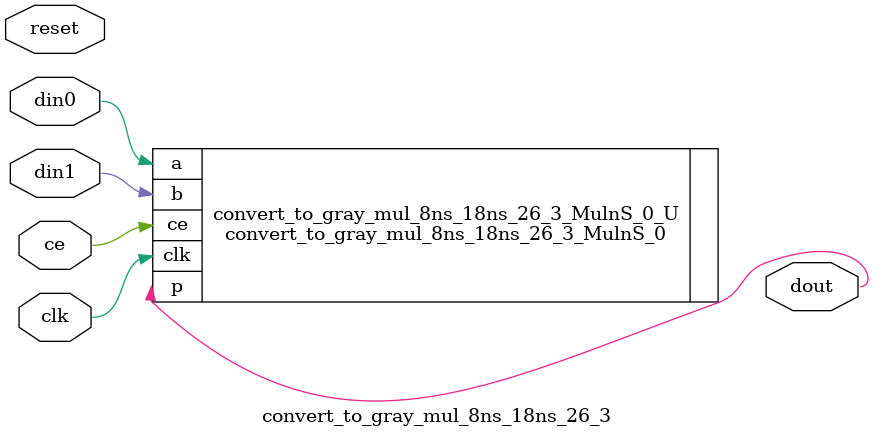
<source format=v>

`timescale 1 ns / 1 ps
module convert_to_gray_mul_8ns_18ns_26_3(
    clk,
    reset,
    ce,
    din0,
    din1,
    dout);

parameter ID = 32'd1;
parameter NUM_STAGE = 32'd1;
parameter din0_WIDTH = 32'd1;
parameter din1_WIDTH = 32'd1;
parameter dout_WIDTH = 32'd1;
input clk;
input reset;
input ce;
input[din0_WIDTH - 1:0] din0;
input[din1_WIDTH - 1:0] din1;
output[dout_WIDTH - 1:0] dout;




convert_to_gray_mul_8ns_18ns_26_3_MulnS_0 convert_to_gray_mul_8ns_18ns_26_3_MulnS_0_U(
    .clk( clk ),
    .ce( ce ),
    .a( din0 ),
    .b( din1 ),
    .p( dout ));

endmodule

</source>
